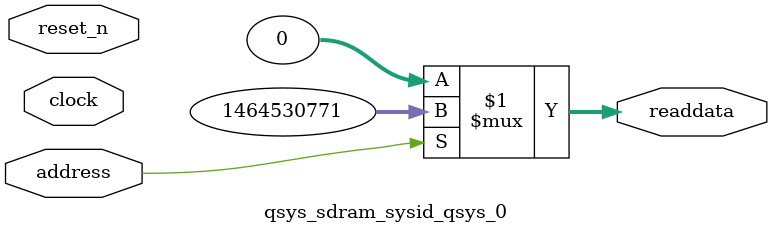
<source format=v>

`timescale 1ns / 1ps
// synthesis translate_on

// turn off superfluous verilog processor warnings 
// altera message_level Level1 
// altera message_off 10034 10035 10036 10037 10230 10240 10030 

module qsys_sdram_sysid_qsys_0 (
               // inputs:
                address,
                clock,
                reset_n,

               // outputs:
                readdata
             )
;

  output  [ 31: 0] readdata;
  input            address;
  input            clock;
  input            reset_n;

  wire    [ 31: 0] readdata;
  //control_slave, which is an e_avalon_slave
  assign readdata = address ? 1464530771 : 0;

endmodule




</source>
